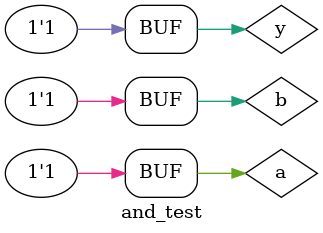
<source format=v>
module and_test;
    reg a, b;
    wire y;
    and and_test (y, a, b);
    initial begin
      #0 a = 0;
      b = 0;
      #5 a = 0;
      b = 1;
      #10 a = 1;
      b = 0;
      #15 a = 1;
      b = 1;
    end
    initial begin
        $monitor($time, "a = %b, y = %b, y = %b", a, b, y);
    end
    initial begin
        $dumpfile("and_gate.vcd");
        $dumpvars(0, and_test);
    end
endmodule

</source>
